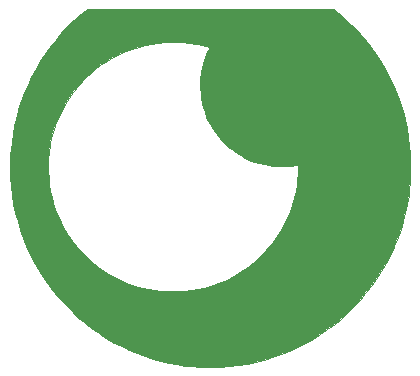
<source format=gbo>
G04 #@! TF.FileFunction,Legend,Bot*
%FSLAX46Y46*%
G04 Gerber Fmt 4.6, Leading zero omitted, Abs format (unit mm)*
G04 Created by KiCad (PCBNEW (2016-01-28 BZR 6518)-product) date 2016 January 28, Thursday 21:15:42*
%MOMM*%
G01*
G04 APERTURE LIST*
%ADD10C,0.100000*%
%ADD11C,0.010000*%
G04 APERTURE END LIST*
D10*
D11*
G36*
X113086004Y-70004003D02*
X113014693Y-70061840D01*
X112952322Y-70111191D01*
X112903649Y-70148385D01*
X112873438Y-70169752D01*
X112866180Y-70173449D01*
X112847621Y-70184412D01*
X112807353Y-70215396D01*
X112748668Y-70263547D01*
X112674858Y-70326007D01*
X112589217Y-70399920D01*
X112495036Y-70482432D01*
X112395609Y-70570685D01*
X112294228Y-70661824D01*
X112194185Y-70752994D01*
X112133762Y-70808756D01*
X111590148Y-71336064D01*
X111072190Y-71885085D01*
X110580436Y-72454933D01*
X110115430Y-73044722D01*
X109677718Y-73653563D01*
X109267845Y-74280571D01*
X108886358Y-74924860D01*
X108533801Y-75585542D01*
X108210721Y-76261730D01*
X107917662Y-76952539D01*
X107655171Y-77657081D01*
X107423792Y-78374471D01*
X107374201Y-78544096D01*
X107208726Y-79166512D01*
X107067422Y-79796211D01*
X106949443Y-80437885D01*
X106853943Y-81096224D01*
X106780075Y-81775921D01*
X106769162Y-81899133D01*
X106760698Y-82019200D01*
X106753162Y-82167802D01*
X106746615Y-82339598D01*
X106741118Y-82529243D01*
X106736731Y-82731395D01*
X106733516Y-82940711D01*
X106731532Y-83151850D01*
X106730841Y-83359467D01*
X106731503Y-83558220D01*
X106733580Y-83742766D01*
X106737132Y-83907764D01*
X106742220Y-84047869D01*
X106744267Y-84088108D01*
X106803494Y-84857081D01*
X106895045Y-85616535D01*
X107018522Y-86365778D01*
X107173530Y-87104118D01*
X107359672Y-87830864D01*
X107576551Y-88545324D01*
X107823772Y-89246805D01*
X108100938Y-89934617D01*
X108407653Y-90608068D01*
X108743521Y-91266465D01*
X109108144Y-91909117D01*
X109501127Y-92535332D01*
X109922074Y-93144418D01*
X110370588Y-93735685D01*
X110846273Y-94308439D01*
X111348732Y-94861989D01*
X111877569Y-95395643D01*
X112432388Y-95908710D01*
X113012793Y-96400498D01*
X113618387Y-96870315D01*
X114248774Y-97317469D01*
X114370453Y-97399234D01*
X114953876Y-97768787D01*
X115559780Y-98115692D01*
X116185390Y-98438966D01*
X116827930Y-98737629D01*
X117484627Y-99010700D01*
X118152704Y-99257199D01*
X118829387Y-99476146D01*
X119511901Y-99666559D01*
X120197470Y-99827458D01*
X120883319Y-99957862D01*
X121566673Y-100056791D01*
X122029426Y-100105665D01*
X122287818Y-100126063D01*
X122567987Y-100143312D01*
X122862902Y-100157248D01*
X123165530Y-100167708D01*
X123468838Y-100174528D01*
X123765793Y-100177544D01*
X124049363Y-100176594D01*
X124312515Y-100171513D01*
X124520287Y-100163562D01*
X125278606Y-100109533D01*
X126029414Y-100022583D01*
X126772047Y-99902983D01*
X127505843Y-99751003D01*
X128230139Y-99566910D01*
X128944271Y-99350976D01*
X129647578Y-99103470D01*
X130339396Y-98824661D01*
X131019063Y-98514820D01*
X131685916Y-98174215D01*
X132339292Y-97803117D01*
X132978528Y-97401794D01*
X133602962Y-96970517D01*
X134211931Y-96509556D01*
X134804771Y-96019180D01*
X134890400Y-95944735D01*
X135000897Y-95845678D01*
X135129632Y-95726255D01*
X135272061Y-95590983D01*
X135423637Y-95444378D01*
X135579815Y-95290956D01*
X135736048Y-95135233D01*
X135887793Y-94981724D01*
X136030501Y-94834946D01*
X136159628Y-94699415D01*
X136270628Y-94579646D01*
X136321637Y-94522882D01*
X136820008Y-93935267D01*
X137289309Y-93330286D01*
X137729764Y-92707583D01*
X138141602Y-92066802D01*
X138525049Y-91407588D01*
X138880332Y-90729583D01*
X139207678Y-90032431D01*
X139267073Y-89896998D01*
X139547206Y-89208889D01*
X139795567Y-88510056D01*
X140011806Y-87801804D01*
X140195574Y-87085439D01*
X140346522Y-86362266D01*
X140464302Y-85633590D01*
X140515063Y-85228753D01*
X140585433Y-84456978D01*
X140622544Y-83688933D01*
X140624666Y-83276849D01*
X131109750Y-83276849D01*
X131109410Y-83387640D01*
X131105979Y-83517293D01*
X131099660Y-83662108D01*
X131090655Y-83818383D01*
X131079169Y-83982420D01*
X131065403Y-84150517D01*
X131049562Y-84318973D01*
X131031846Y-84484089D01*
X131012461Y-84642164D01*
X131000571Y-84728886D01*
X130899255Y-85318734D01*
X130765812Y-85898811D01*
X130600782Y-86468019D01*
X130404709Y-87025261D01*
X130178132Y-87569440D01*
X129921594Y-88099458D01*
X129635636Y-88614219D01*
X129320798Y-89112625D01*
X128977624Y-89593579D01*
X128606653Y-90055984D01*
X128208427Y-90498743D01*
X128096308Y-90614773D01*
X127696175Y-91004378D01*
X127289053Y-91363790D01*
X126870129Y-91696634D01*
X126434588Y-92006536D01*
X125977617Y-92297123D01*
X125506499Y-92565494D01*
X125057400Y-92793683D01*
X124597918Y-92998285D01*
X124125461Y-93180073D01*
X123637439Y-93339821D01*
X123131260Y-93478304D01*
X122604333Y-93596297D01*
X122054068Y-93694573D01*
X121477873Y-93773907D01*
X121453309Y-93776807D01*
X121411054Y-93779666D01*
X121338793Y-93782126D01*
X121240408Y-93784148D01*
X121119781Y-93785696D01*
X120980793Y-93786731D01*
X120827325Y-93787216D01*
X120663260Y-93787113D01*
X120492479Y-93786383D01*
X120478992Y-93786299D01*
X120264227Y-93784659D01*
X120080054Y-93782629D01*
X119923174Y-93780107D01*
X119790292Y-93776992D01*
X119678110Y-93773182D01*
X119583331Y-93768575D01*
X119502660Y-93763071D01*
X119432798Y-93756568D01*
X119403008Y-93753167D01*
X118875817Y-93678619D01*
X118372912Y-93585751D01*
X117917450Y-93480347D01*
X117342987Y-93315807D01*
X116781535Y-93120289D01*
X116234082Y-92894500D01*
X115701615Y-92639148D01*
X115185124Y-92354939D01*
X114685597Y-92042582D01*
X114204023Y-91702783D01*
X113741389Y-91336250D01*
X113298685Y-90943690D01*
X112876899Y-90525811D01*
X112477019Y-90083319D01*
X112100034Y-89616922D01*
X111746932Y-89127328D01*
X111666482Y-89007405D01*
X111410609Y-88596137D01*
X111166992Y-88154885D01*
X110936611Y-87685619D01*
X110720443Y-87190314D01*
X110553036Y-86762242D01*
X110388764Y-86275119D01*
X110250338Y-85768992D01*
X110137984Y-85247037D01*
X110051927Y-84712431D01*
X109992393Y-84168351D01*
X109959608Y-83617975D01*
X109953797Y-83064479D01*
X109975185Y-82511040D01*
X110023998Y-81960837D01*
X110100461Y-81417045D01*
X110153136Y-81128152D01*
X110281384Y-80565672D01*
X110442526Y-80009790D01*
X110636013Y-79461639D01*
X110861292Y-78922352D01*
X111117814Y-78393059D01*
X111405027Y-77874895D01*
X111722382Y-77368989D01*
X112069326Y-76876476D01*
X112445309Y-76398488D01*
X112466038Y-76373579D01*
X112578932Y-76242566D01*
X112711414Y-76095915D01*
X112857420Y-75939852D01*
X113010888Y-75780605D01*
X113165753Y-75624399D01*
X113315951Y-75477461D01*
X113455418Y-75346017D01*
X113548639Y-75261955D01*
X113991839Y-74894350D01*
X114457651Y-74550955D01*
X114944012Y-74232746D01*
X115448859Y-73940701D01*
X115970130Y-73675800D01*
X116505761Y-73439020D01*
X117053690Y-73231339D01*
X117611855Y-73053735D01*
X118178192Y-72907187D01*
X118750639Y-72792673D01*
X118758971Y-72791253D01*
X119063436Y-72743466D01*
X119355624Y-72706229D01*
X119644897Y-72678786D01*
X119940619Y-72660381D01*
X120252152Y-72650259D01*
X120538299Y-72647602D01*
X120860466Y-72651029D01*
X121165704Y-72661972D01*
X121460170Y-72681216D01*
X121750020Y-72709547D01*
X122041410Y-72747749D01*
X122340497Y-72796609D01*
X122653438Y-72856912D01*
X122986388Y-72929444D01*
X123267346Y-72995842D01*
X123366124Y-73020084D01*
X123452582Y-73041708D01*
X123521722Y-73059429D01*
X123568548Y-73071965D01*
X123588062Y-73078031D01*
X123588332Y-73078276D01*
X123581857Y-73103643D01*
X123564177Y-73153388D01*
X123537910Y-73220948D01*
X123505675Y-73299758D01*
X123470089Y-73383256D01*
X123436624Y-73458610D01*
X123316282Y-73737060D01*
X123213909Y-74005152D01*
X123124410Y-74277300D01*
X123042690Y-74567918D01*
X123037595Y-74587525D01*
X122986466Y-74791575D01*
X122944788Y-74974328D01*
X122911474Y-75143627D01*
X122885437Y-75307312D01*
X122865592Y-75473226D01*
X122850850Y-75649210D01*
X122840125Y-75843105D01*
X122832331Y-76062754D01*
X122832122Y-76070152D01*
X122830728Y-76528731D01*
X122853498Y-76966634D01*
X122901248Y-77387745D01*
X122974792Y-77795949D01*
X123074944Y-78195131D01*
X123202517Y-78589173D01*
X123358327Y-78981961D01*
X123512262Y-79315077D01*
X123709537Y-79691132D01*
X123920662Y-80042203D01*
X124150010Y-80374384D01*
X124401952Y-80693774D01*
X124680859Y-81006468D01*
X124849612Y-81180081D01*
X125202969Y-81512031D01*
X125567760Y-81812361D01*
X125944968Y-82081687D01*
X126335572Y-82320625D01*
X126740554Y-82529791D01*
X127160896Y-82709801D01*
X127451708Y-82814438D01*
X127847612Y-82935133D01*
X128238245Y-83030448D01*
X128631153Y-83101669D01*
X129033886Y-83150086D01*
X129453989Y-83176983D01*
X129603676Y-83181490D01*
X129784933Y-83184531D01*
X129941718Y-83184625D01*
X130082918Y-83181201D01*
X130217424Y-83173690D01*
X130354123Y-83161523D01*
X130501905Y-83144129D01*
X130669658Y-83120939D01*
X130762188Y-83107235D01*
X130869695Y-83091182D01*
X130948632Y-83080030D01*
X131003935Y-83073592D01*
X131040539Y-83071677D01*
X131063379Y-83074095D01*
X131077389Y-83080659D01*
X131087506Y-83091178D01*
X131090195Y-83094653D01*
X131100346Y-83126655D01*
X131106796Y-83188621D01*
X131109750Y-83276849D01*
X140624666Y-83276849D01*
X140626478Y-82925211D01*
X140597320Y-82166406D01*
X140535154Y-81413113D01*
X140440063Y-80665925D01*
X140312133Y-79925436D01*
X140151447Y-79192241D01*
X139958088Y-78466933D01*
X139732142Y-77750106D01*
X139473691Y-77042355D01*
X139295290Y-76603936D01*
X138986610Y-75917940D01*
X138648281Y-75248275D01*
X138280490Y-74595196D01*
X137883423Y-73958961D01*
X137457264Y-73339825D01*
X137002201Y-72738044D01*
X136518418Y-72153875D01*
X136006102Y-71587572D01*
X135465438Y-71039394D01*
X134896613Y-70509595D01*
X134828548Y-70449103D01*
X134730865Y-70362136D01*
X134625621Y-70267458D01*
X134521369Y-70172830D01*
X134426666Y-70086013D01*
X134358903Y-70023068D01*
X134157827Y-69834557D01*
X113292579Y-69834557D01*
X113086004Y-70004003D01*
X113086004Y-70004003D01*
G37*
X113086004Y-70004003D02*
X113014693Y-70061840D01*
X112952322Y-70111191D01*
X112903649Y-70148385D01*
X112873438Y-70169752D01*
X112866180Y-70173449D01*
X112847621Y-70184412D01*
X112807353Y-70215396D01*
X112748668Y-70263547D01*
X112674858Y-70326007D01*
X112589217Y-70399920D01*
X112495036Y-70482432D01*
X112395609Y-70570685D01*
X112294228Y-70661824D01*
X112194185Y-70752994D01*
X112133762Y-70808756D01*
X111590148Y-71336064D01*
X111072190Y-71885085D01*
X110580436Y-72454933D01*
X110115430Y-73044722D01*
X109677718Y-73653563D01*
X109267845Y-74280571D01*
X108886358Y-74924860D01*
X108533801Y-75585542D01*
X108210721Y-76261730D01*
X107917662Y-76952539D01*
X107655171Y-77657081D01*
X107423792Y-78374471D01*
X107374201Y-78544096D01*
X107208726Y-79166512D01*
X107067422Y-79796211D01*
X106949443Y-80437885D01*
X106853943Y-81096224D01*
X106780075Y-81775921D01*
X106769162Y-81899133D01*
X106760698Y-82019200D01*
X106753162Y-82167802D01*
X106746615Y-82339598D01*
X106741118Y-82529243D01*
X106736731Y-82731395D01*
X106733516Y-82940711D01*
X106731532Y-83151850D01*
X106730841Y-83359467D01*
X106731503Y-83558220D01*
X106733580Y-83742766D01*
X106737132Y-83907764D01*
X106742220Y-84047869D01*
X106744267Y-84088108D01*
X106803494Y-84857081D01*
X106895045Y-85616535D01*
X107018522Y-86365778D01*
X107173530Y-87104118D01*
X107359672Y-87830864D01*
X107576551Y-88545324D01*
X107823772Y-89246805D01*
X108100938Y-89934617D01*
X108407653Y-90608068D01*
X108743521Y-91266465D01*
X109108144Y-91909117D01*
X109501127Y-92535332D01*
X109922074Y-93144418D01*
X110370588Y-93735685D01*
X110846273Y-94308439D01*
X111348732Y-94861989D01*
X111877569Y-95395643D01*
X112432388Y-95908710D01*
X113012793Y-96400498D01*
X113618387Y-96870315D01*
X114248774Y-97317469D01*
X114370453Y-97399234D01*
X114953876Y-97768787D01*
X115559780Y-98115692D01*
X116185390Y-98438966D01*
X116827930Y-98737629D01*
X117484627Y-99010700D01*
X118152704Y-99257199D01*
X118829387Y-99476146D01*
X119511901Y-99666559D01*
X120197470Y-99827458D01*
X120883319Y-99957862D01*
X121566673Y-100056791D01*
X122029426Y-100105665D01*
X122287818Y-100126063D01*
X122567987Y-100143312D01*
X122862902Y-100157248D01*
X123165530Y-100167708D01*
X123468838Y-100174528D01*
X123765793Y-100177544D01*
X124049363Y-100176594D01*
X124312515Y-100171513D01*
X124520287Y-100163562D01*
X125278606Y-100109533D01*
X126029414Y-100022583D01*
X126772047Y-99902983D01*
X127505843Y-99751003D01*
X128230139Y-99566910D01*
X128944271Y-99350976D01*
X129647578Y-99103470D01*
X130339396Y-98824661D01*
X131019063Y-98514820D01*
X131685916Y-98174215D01*
X132339292Y-97803117D01*
X132978528Y-97401794D01*
X133602962Y-96970517D01*
X134211931Y-96509556D01*
X134804771Y-96019180D01*
X134890400Y-95944735D01*
X135000897Y-95845678D01*
X135129632Y-95726255D01*
X135272061Y-95590983D01*
X135423637Y-95444378D01*
X135579815Y-95290956D01*
X135736048Y-95135233D01*
X135887793Y-94981724D01*
X136030501Y-94834946D01*
X136159628Y-94699415D01*
X136270628Y-94579646D01*
X136321637Y-94522882D01*
X136820008Y-93935267D01*
X137289309Y-93330286D01*
X137729764Y-92707583D01*
X138141602Y-92066802D01*
X138525049Y-91407588D01*
X138880332Y-90729583D01*
X139207678Y-90032431D01*
X139267073Y-89896998D01*
X139547206Y-89208889D01*
X139795567Y-88510056D01*
X140011806Y-87801804D01*
X140195574Y-87085439D01*
X140346522Y-86362266D01*
X140464302Y-85633590D01*
X140515063Y-85228753D01*
X140585433Y-84456978D01*
X140622544Y-83688933D01*
X140624666Y-83276849D01*
X131109750Y-83276849D01*
X131109410Y-83387640D01*
X131105979Y-83517293D01*
X131099660Y-83662108D01*
X131090655Y-83818383D01*
X131079169Y-83982420D01*
X131065403Y-84150517D01*
X131049562Y-84318973D01*
X131031846Y-84484089D01*
X131012461Y-84642164D01*
X131000571Y-84728886D01*
X130899255Y-85318734D01*
X130765812Y-85898811D01*
X130600782Y-86468019D01*
X130404709Y-87025261D01*
X130178132Y-87569440D01*
X129921594Y-88099458D01*
X129635636Y-88614219D01*
X129320798Y-89112625D01*
X128977624Y-89593579D01*
X128606653Y-90055984D01*
X128208427Y-90498743D01*
X128096308Y-90614773D01*
X127696175Y-91004378D01*
X127289053Y-91363790D01*
X126870129Y-91696634D01*
X126434588Y-92006536D01*
X125977617Y-92297123D01*
X125506499Y-92565494D01*
X125057400Y-92793683D01*
X124597918Y-92998285D01*
X124125461Y-93180073D01*
X123637439Y-93339821D01*
X123131260Y-93478304D01*
X122604333Y-93596297D01*
X122054068Y-93694573D01*
X121477873Y-93773907D01*
X121453309Y-93776807D01*
X121411054Y-93779666D01*
X121338793Y-93782126D01*
X121240408Y-93784148D01*
X121119781Y-93785696D01*
X120980793Y-93786731D01*
X120827325Y-93787216D01*
X120663260Y-93787113D01*
X120492479Y-93786383D01*
X120478992Y-93786299D01*
X120264227Y-93784659D01*
X120080054Y-93782629D01*
X119923174Y-93780107D01*
X119790292Y-93776992D01*
X119678110Y-93773182D01*
X119583331Y-93768575D01*
X119502660Y-93763071D01*
X119432798Y-93756568D01*
X119403008Y-93753167D01*
X118875817Y-93678619D01*
X118372912Y-93585751D01*
X117917450Y-93480347D01*
X117342987Y-93315807D01*
X116781535Y-93120289D01*
X116234082Y-92894500D01*
X115701615Y-92639148D01*
X115185124Y-92354939D01*
X114685597Y-92042582D01*
X114204023Y-91702783D01*
X113741389Y-91336250D01*
X113298685Y-90943690D01*
X112876899Y-90525811D01*
X112477019Y-90083319D01*
X112100034Y-89616922D01*
X111746932Y-89127328D01*
X111666482Y-89007405D01*
X111410609Y-88596137D01*
X111166992Y-88154885D01*
X110936611Y-87685619D01*
X110720443Y-87190314D01*
X110553036Y-86762242D01*
X110388764Y-86275119D01*
X110250338Y-85768992D01*
X110137984Y-85247037D01*
X110051927Y-84712431D01*
X109992393Y-84168351D01*
X109959608Y-83617975D01*
X109953797Y-83064479D01*
X109975185Y-82511040D01*
X110023998Y-81960837D01*
X110100461Y-81417045D01*
X110153136Y-81128152D01*
X110281384Y-80565672D01*
X110442526Y-80009790D01*
X110636013Y-79461639D01*
X110861292Y-78922352D01*
X111117814Y-78393059D01*
X111405027Y-77874895D01*
X111722382Y-77368989D01*
X112069326Y-76876476D01*
X112445309Y-76398488D01*
X112466038Y-76373579D01*
X112578932Y-76242566D01*
X112711414Y-76095915D01*
X112857420Y-75939852D01*
X113010888Y-75780605D01*
X113165753Y-75624399D01*
X113315951Y-75477461D01*
X113455418Y-75346017D01*
X113548639Y-75261955D01*
X113991839Y-74894350D01*
X114457651Y-74550955D01*
X114944012Y-74232746D01*
X115448859Y-73940701D01*
X115970130Y-73675800D01*
X116505761Y-73439020D01*
X117053690Y-73231339D01*
X117611855Y-73053735D01*
X118178192Y-72907187D01*
X118750639Y-72792673D01*
X118758971Y-72791253D01*
X119063436Y-72743466D01*
X119355624Y-72706229D01*
X119644897Y-72678786D01*
X119940619Y-72660381D01*
X120252152Y-72650259D01*
X120538299Y-72647602D01*
X120860466Y-72651029D01*
X121165704Y-72661972D01*
X121460170Y-72681216D01*
X121750020Y-72709547D01*
X122041410Y-72747749D01*
X122340497Y-72796609D01*
X122653438Y-72856912D01*
X122986388Y-72929444D01*
X123267346Y-72995842D01*
X123366124Y-73020084D01*
X123452582Y-73041708D01*
X123521722Y-73059429D01*
X123568548Y-73071965D01*
X123588062Y-73078031D01*
X123588332Y-73078276D01*
X123581857Y-73103643D01*
X123564177Y-73153388D01*
X123537910Y-73220948D01*
X123505675Y-73299758D01*
X123470089Y-73383256D01*
X123436624Y-73458610D01*
X123316282Y-73737060D01*
X123213909Y-74005152D01*
X123124410Y-74277300D01*
X123042690Y-74567918D01*
X123037595Y-74587525D01*
X122986466Y-74791575D01*
X122944788Y-74974328D01*
X122911474Y-75143627D01*
X122885437Y-75307312D01*
X122865592Y-75473226D01*
X122850850Y-75649210D01*
X122840125Y-75843105D01*
X122832331Y-76062754D01*
X122832122Y-76070152D01*
X122830728Y-76528731D01*
X122853498Y-76966634D01*
X122901248Y-77387745D01*
X122974792Y-77795949D01*
X123074944Y-78195131D01*
X123202517Y-78589173D01*
X123358327Y-78981961D01*
X123512262Y-79315077D01*
X123709537Y-79691132D01*
X123920662Y-80042203D01*
X124150010Y-80374384D01*
X124401952Y-80693774D01*
X124680859Y-81006468D01*
X124849612Y-81180081D01*
X125202969Y-81512031D01*
X125567760Y-81812361D01*
X125944968Y-82081687D01*
X126335572Y-82320625D01*
X126740554Y-82529791D01*
X127160896Y-82709801D01*
X127451708Y-82814438D01*
X127847612Y-82935133D01*
X128238245Y-83030448D01*
X128631153Y-83101669D01*
X129033886Y-83150086D01*
X129453989Y-83176983D01*
X129603676Y-83181490D01*
X129784933Y-83184531D01*
X129941718Y-83184625D01*
X130082918Y-83181201D01*
X130217424Y-83173690D01*
X130354123Y-83161523D01*
X130501905Y-83144129D01*
X130669658Y-83120939D01*
X130762188Y-83107235D01*
X130869695Y-83091182D01*
X130948632Y-83080030D01*
X131003935Y-83073592D01*
X131040539Y-83071677D01*
X131063379Y-83074095D01*
X131077389Y-83080659D01*
X131087506Y-83091178D01*
X131090195Y-83094653D01*
X131100346Y-83126655D01*
X131106796Y-83188621D01*
X131109750Y-83276849D01*
X140624666Y-83276849D01*
X140626478Y-82925211D01*
X140597320Y-82166406D01*
X140535154Y-81413113D01*
X140440063Y-80665925D01*
X140312133Y-79925436D01*
X140151447Y-79192241D01*
X139958088Y-78466933D01*
X139732142Y-77750106D01*
X139473691Y-77042355D01*
X139295290Y-76603936D01*
X138986610Y-75917940D01*
X138648281Y-75248275D01*
X138280490Y-74595196D01*
X137883423Y-73958961D01*
X137457264Y-73339825D01*
X137002201Y-72738044D01*
X136518418Y-72153875D01*
X136006102Y-71587572D01*
X135465438Y-71039394D01*
X134896613Y-70509595D01*
X134828548Y-70449103D01*
X134730865Y-70362136D01*
X134625621Y-70267458D01*
X134521369Y-70172830D01*
X134426666Y-70086013D01*
X134358903Y-70023068D01*
X134157827Y-69834557D01*
X113292579Y-69834557D01*
X113086004Y-70004003D01*
M02*

</source>
